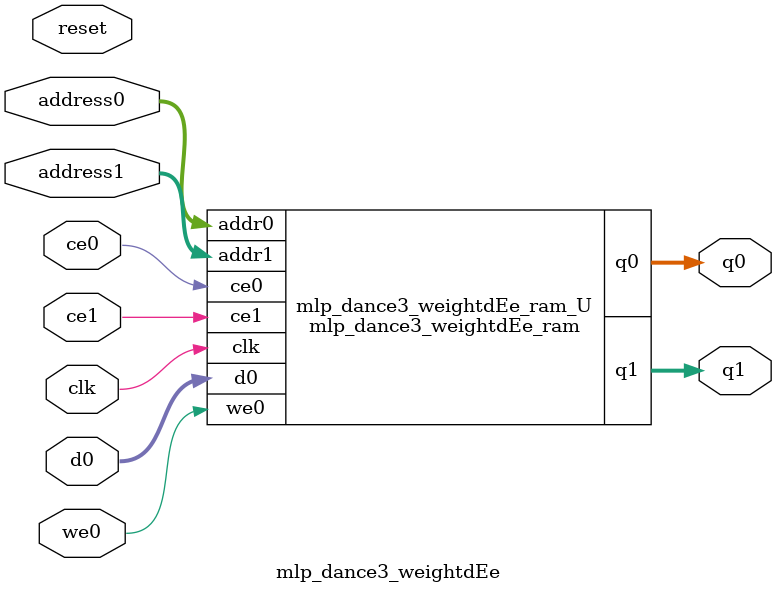
<source format=v>
`timescale 1 ns / 1 ps
module mlp_dance3_weightdEe_ram (addr0, ce0, d0, we0, q0, addr1, ce1, q1,  clk);

parameter DWIDTH = 32;
parameter AWIDTH = 14;
parameter MEM_SIZE = 16384;

input[AWIDTH-1:0] addr0;
input ce0;
input[DWIDTH-1:0] d0;
input we0;
output reg[DWIDTH-1:0] q0;
input[AWIDTH-1:0] addr1;
input ce1;
output reg[DWIDTH-1:0] q1;
input clk;

(* ram_style = "block" *)reg [DWIDTH-1:0] ram[0:MEM_SIZE-1];




always @(posedge clk)  
begin 
    if (ce0) begin
        if (we0) 
            ram[addr0] <= d0; 
        q0 <= ram[addr0];
    end
end


always @(posedge clk)  
begin 
    if (ce1) begin
        q1 <= ram[addr1];
    end
end


endmodule

`timescale 1 ns / 1 ps
module mlp_dance3_weightdEe(
    reset,
    clk,
    address0,
    ce0,
    we0,
    d0,
    q0,
    address1,
    ce1,
    q1);

parameter DataWidth = 32'd32;
parameter AddressRange = 32'd16384;
parameter AddressWidth = 32'd14;
input reset;
input clk;
input[AddressWidth - 1:0] address0;
input ce0;
input we0;
input[DataWidth - 1:0] d0;
output[DataWidth - 1:0] q0;
input[AddressWidth - 1:0] address1;
input ce1;
output[DataWidth - 1:0] q1;



mlp_dance3_weightdEe_ram mlp_dance3_weightdEe_ram_U(
    .clk( clk ),
    .addr0( address0 ),
    .ce0( ce0 ),
    .we0( we0 ),
    .d0( d0 ),
    .q0( q0 ),
    .addr1( address1 ),
    .ce1( ce1 ),
    .q1( q1 ));

endmodule


</source>
